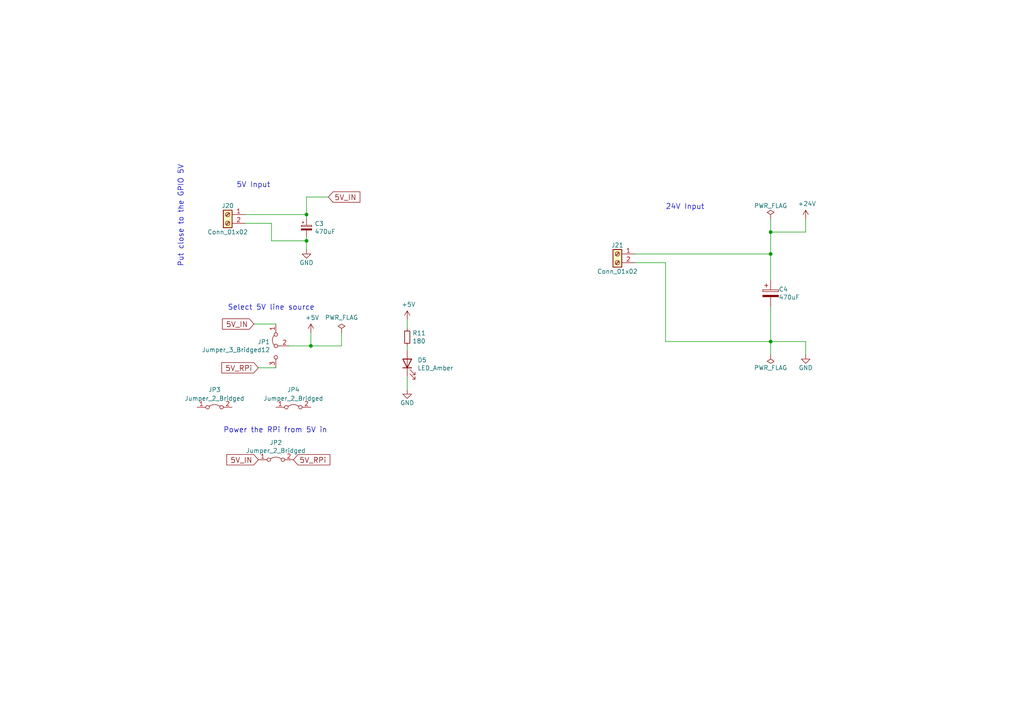
<source format=kicad_sch>
(kicad_sch (version 20230121) (generator eeschema)
  (paper "A4")
  (title_block (title "Power management") (date "2018-02-13") (rev "0.5") (comment 1 "Vincent Frangi") (comment 2 "vincent.frangi@gmail.com"))
  (lib_symbols
    (symbol "Astroplant_VFR-rescue:CP-Device" (pin_numbers hide) (pin_names (offset 0.254))
      (property "Reference" "C" (at 0.635 2.54 0))
      (property "Value" "Device:CP" (at 0.635 -2.54 0))
      (symbol "CP-Device_0_1"
        (rectangle (start -2.286 0.508) (end -2.286 1.016))
        (rectangle (start -2.286 0.508) (end 2.286 0.508))
        (polyline (pts (xy -1.778 2.286) (xy -0.762 2.286)))
        (polyline (pts (xy -1.27 2.794) (xy -1.27 1.778)))
        (rectangle (start 2.286 -0.508) (end -2.286 -1.016) (fill (type outline)))
        (rectangle (start 2.286 1.016) (end -2.286 1.016))
        (rectangle (start 2.286 1.016) (end 2.286 0.508))
      )
      (symbol "CP-Device_1_1"
        (pin passive line (at 0 3.81 270) (length 2.794) (name "~") (number "1"))
        (pin passive line (at 0 -3.81 90) (length 2.794) (name "~") (number "2"))
      )
    )
    (symbol "Astroplant_VFR-rescue:CP_Small-Device" (pin_numbers hide) (pin_names (offset 0.254) hide)
      (property "Reference" "C" (at 0.254 1.778 0))
      (property "Value" "Device:CP_Small" (at 0.254 -2.032 0))
      (symbol "CP_Small-Device_0_1"
        (rectangle (start -1.524 -0.3048) (end 1.524 -0.6858) (fill (type outline)))
        (rectangle (start -1.524 0.6858) (end 1.524 0.3048))
        (polyline (pts (xy -1.27 1.524) (xy -0.762 1.524)))
        (polyline (pts (xy -1.016 1.27) (xy -1.016 1.778)))
      )
      (symbol "CP_Small-Device_1_1"
        (pin passive line (at 0 2.54 270) (length 1.8542) (name "~") (number "1"))
        (pin passive line (at 0 -2.54 90) (length 1.8542) (name "~") (number "2"))
      )
    )
    (symbol "Astroplant_VFR-rescue:Jumper_3_Bridged12-Jumper" (pin_names (offset 0) hide)
      (property "Reference" "JP" (at -2.54 -2.54 0))
      (property "Value" "Jumper:Jumper_3_Bridged12" (at 0 2.794 0))
      (symbol "Jumper_3_Bridged12-Jumper_0_0"
        (circle (center -3.302 0) (radius 0.508))
        (circle (center 0 0) (radius 0.508))
        (circle (center 3.302 0) (radius 0.508))
      )
      (symbol "Jumper_3_Bridged12-Jumper_0_1"
        (arc (start -0.254 0.508) (mid -1.651 0.9912) (end -3.048 0.508))
        (polyline (pts (xy 0 -1.27) (xy 0 -0.508)))
      )
      (symbol "Jumper_3_Bridged12-Jumper_1_1"
        (pin passive line (at -6.35 0 0) (length 2.54) (name "A") (number "1"))
        (pin input line (at 0 -3.81 90) (length 2.54) (name "C") (number "2"))
        (pin passive line (at 6.35 0 180) (length 2.54) (name "B") (number "3"))
      )
    )
    (symbol "Connector:Screw_Terminal_01x02" (pin_names (offset 1.016) hide)
      (property "Reference" "J" (at 0 2.54 0))
      (property "Value" "Screw_Terminal_01x02" (at 0 -5.08 0))
      (symbol "Screw_Terminal_01x02_1_1"
        (rectangle (start -1.27 1.27) (end 1.27 -3.81) (stroke (width 0.254)) (fill (type background)))
        (circle (center 0 -2.54) (radius 0.635) (stroke (width 0.1524)))
        (polyline (pts (xy -0.5334 -2.2098) (xy 0.3302 -3.048)) (stroke (width 0.1524)))
        (polyline (pts (xy -0.5334 0.3302) (xy 0.3302 -0.508)) (stroke (width 0.1524)))
        (polyline (pts (xy -0.3556 -2.032) (xy 0.508 -2.8702)) (stroke (width 0.1524)))
        (polyline (pts (xy -0.3556 0.508) (xy 0.508 -0.3302)) (stroke (width 0.1524)))
        (circle (center 0 0) (radius 0.635) (stroke (width 0.1524)))
        (pin passive line (at -5.08 0 0) (length 3.81) (name "Pin_1") (number "1"))
        (pin passive line (at -5.08 -2.54 0) (length 3.81) (name "Pin_2") (number "2"))
      )
    )
    (symbol "Device:LED" (pin_numbers hide) (pin_names (offset 1.016) hide)
      (property "Reference" "D" (at 0 2.54 0))
      (property "Value" "LED" (at 0 -2.54 0))
      (symbol "LED_0_1"
        (polyline (pts (xy -1.27 -1.27) (xy -1.27 1.27)) (stroke (width 0.254)))
        (polyline (pts (xy -1.27 0) (xy 1.27 0)))
        (polyline (pts (xy 1.27 -1.27) (xy 1.27 1.27) (xy -1.27 0) (xy 1.27 -1.27)) (stroke (width 0.254)))
        (polyline (pts (xy -3.048 -0.762) (xy -4.572 -2.286) (xy -3.81 -2.286) (xy -4.572 -2.286) (xy -4.572 -1.524)))
        (polyline (pts (xy -1.778 -0.762) (xy -3.302 -2.286) (xy -2.54 -2.286) (xy -3.302 -2.286) (xy -3.302 -1.524)))
      )
      (symbol "LED_1_1"
        (pin passive line (at -3.81 0 0) (length 2.54) (name "K") (number "1"))
        (pin passive line (at 3.81 0 180) (length 2.54) (name "A") (number "2"))
      )
    )
    (symbol "Device:R_Small" (pin_numbers hide) (pin_names (offset 0.254) hide)
      (property "Reference" "R" (at 0.762 0.508 0))
      (property "Value" "R_Small" (at 0.762 -1.016 0))
      (symbol "R_Small_0_1"
        (rectangle (start -0.762 1.778) (end 0.762 -1.778) (stroke (width 0.2032)))
      )
      (symbol "R_Small_1_1"
        (pin passive line (at 0 2.54 270) (length 0.762) (name "~") (number "1"))
        (pin passive line (at 0 -2.54 90) (length 0.762) (name "~") (number "2"))
      )
    )
    (symbol "Jumper:Jumper_2_Bridged" (pin_names (offset 0) hide)
      (property "Reference" "JP" (at 0 1.905 0))
      (property "Value" "Jumper_2_Bridged" (at 0 -2.54 0))
      (symbol "Jumper_2_Bridged_0_0"
        (circle (center -2.032 0) (radius 0.508))
        (circle (center 2.032 0) (radius 0.508))
      )
      (symbol "Jumper_2_Bridged_0_1"
        (arc (start 1.524 0.254) (mid 0 0.762) (end -1.524 0.254))
      )
      (symbol "Jumper_2_Bridged_1_1"
        (pin passive line (at -5.08 0 0) (length 2.54) (name "A") (number "1"))
        (pin passive line (at 5.08 0 180) (length 2.54) (name "B") (number "2"))
      )
    )
    (symbol "power:+24V" (power) (pin_names (offset 0))
      (property "Value" "+24V" (at 0 3.556 0))
      (symbol "+24V_0_1"
        (polyline (pts (xy -0.762 1.27) (xy 0 2.54)))
        (polyline (pts (xy 0 0) (xy 0 2.54)))
        (polyline (pts (xy 0 2.54) (xy 0.762 1.27)))
      )
      (symbol "+24V_1_1"
        (pin power_in line (at 0 0 90) (length 0) hide (name "+24V") (number "1"))
      )
    )
    (symbol "power:+5V" (power) (pin_names (offset 0))
      (property "Value" "+5V" (at 0 3.556 0))
      (symbol "+5V_0_1"
        (polyline (pts (xy -0.762 1.27) (xy 0 2.54)))
        (polyline (pts (xy 0 0) (xy 0 2.54)))
        (polyline (pts (xy 0 2.54) (xy 0.762 1.27)))
      )
      (symbol "+5V_1_1"
        (pin power_in line (at 0 0 90) (length 0) hide (name "+5V") (number "1"))
      )
    )
    (symbol "power:GND" (power) (pin_names (offset 0))
      (property "Value" "GND" (at 0 -3.81 0))
      (symbol "GND_0_1"
        (polyline (pts (xy 0 0) (xy 0 -1.27) (xy 1.27 -1.27) (xy 0 -2.54) (xy -1.27 -1.27) (xy 0 -1.27)))
      )
      (symbol "GND_1_1"
        (pin power_in line (at 0 0 270) (length 0) hide (name "GND") (number "1"))
      )
    )
    (symbol "power:PWR_FLAG" (power) (pin_numbers hide) (pin_names (offset 0) hide)
      (property "Value" "PWR_FLAG" (at 0 3.81 0))
      (symbol "PWR_FLAG_0_0"
        (pin power_out line (at 0 0 90) (length 0) (name "pwr") (number "1"))
      )
      (symbol "PWR_FLAG_0_1"
        (polyline (pts (xy 0 0) (xy 0 1.27) (xy -1.016 1.905) (xy 0 2.54) (xy 1.016 1.905) (xy 0 1.27)))
      )
    )
  )
  (junction (at 90.17 100.33))
  (junction (at 88.9 69.85))
  (junction (at 223.52 99.06))
  (junction (at 223.52 73.66))
  (junction (at 223.52 67.31))
  (junction (at 88.9 62.23))
  (wire (pts (xy 223.52 99.06) (xy 223.52 102.87)))
  (wire (pts (xy 90.17 100.33) (xy 90.17 96.52)))
  (wire (pts (xy 99.06 96.52) (xy 99.06 100.33)))
  (wire (pts (xy 193.04 76.2) (xy 193.04 99.06)))
  (wire (pts (xy 118.11 109.22) (xy 118.11 113.03)))
  (wire (pts (xy 83.82 100.33) (xy 90.17 100.33)))
  (wire (pts (xy 193.04 99.06) (xy 223.52 99.06)))
  (wire (pts (xy 223.52 73.66) (xy 223.52 81.28)))
  (wire (pts (xy 184.15 76.2) (xy 193.04 76.2)))
  (wire (pts (xy 88.9 62.23) (xy 88.9 63.5)))
  (wire (pts (xy 118.11 100.33) (xy 118.11 101.6)))
  (wire (pts (xy 223.52 99.06) (xy 233.68 99.06)))
  (wire (pts (xy 233.68 67.31) (xy 233.68 63.5)))
  (wire (pts (xy 118.11 92.71) (xy 118.11 95.25)))
  (wire (pts (xy 71.12 62.23) (xy 88.9 62.23)))
  (wire (pts (xy 223.52 73.66) (xy 223.52 67.31)))
  (wire (pts (xy 78.74 69.85) (xy 88.9 69.85)))
  (wire (pts (xy 99.06 100.33) (xy 90.17 100.33)))
  (wire (pts (xy 95.25 57.15) (xy 88.9 57.15)))
  (wire (pts (xy 223.52 67.31) (xy 233.68 67.31)))
  (wire (pts (xy 74.93 106.68) (xy 80.01 106.68)))
  (wire (pts (xy 184.15 73.66) (xy 223.52 73.66)))
  (wire (pts (xy 223.52 88.9) (xy 223.52 99.06)))
  (wire (pts (xy 88.9 69.85) (xy 88.9 72.39)))
  (wire (pts (xy 88.9 57.15) (xy 88.9 62.23)))
  (wire (pts (xy 73.66 93.98) (xy 80.01 93.98)))
  (wire (pts (xy 88.9 69.85) (xy 88.9 68.58)))
  (wire (pts (xy 78.74 64.77) (xy 78.74 69.85)))
  (wire (pts (xy 233.68 99.06) (xy 233.68 102.87)))
  (wire (pts (xy 223.52 67.31) (xy 223.52 63.5)))
  (wire (pts (xy 71.12 64.77) (xy 78.74 64.77)))
  (text "24V Input" (at 193.04 60.96 0) (effects (font (size 1.524 1.524)) (justify left bottom)))
  (text "Select 5V line source" (at 66.04 90.17 0) (effects (font (size 1.524 1.524)) (justify left bottom)))
  (text "5V Input" (at 68.58 54.61 0) (effects (font (size 1.524 1.524)) (justify left bottom)))
  (text "Power the RPi from 5V in" (at 64.77 125.73 0) (effects (font (size 1.524 1.524)) (justify left bottom)))
  (text "Put close to the GPIO 5V" (at 53.34 77.47 90) (effects (font (size 1.524 1.524)) (justify left bottom)))
  (global_label "5V_IN" (shape input) (at 74.93 133.35 180) (effects (font (size 1.524 1.524))) (property "Intersheetrefs" "${INTERSHEET_REFS}" (effects hide)))
  (global_label "5V_RPi" (shape input) (at 74.93 106.68 180) (effects (font (size 1.524 1.524))) (property "Intersheetrefs" "${INTERSHEET_REFS}" (effects hide)))
  (global_label "5V_RPi" (shape input) (at 85.09 133.35 0) (effects (font (size 1.524 1.524))) (property "Intersheetrefs" "${INTERSHEET_REFS}" (effects hide)))
  (global_label "5V_IN" (shape input) (at 73.66 93.98 180) (effects (font (size 1.524 1.524))) (property "Intersheetrefs" "${INTERSHEET_REFS}" (effects hide)))
  (global_label "5V_IN" (shape input) (at 95.25 57.15 0) (effects (font (size 1.524 1.524))) (property "Intersheetrefs" "${INTERSHEET_REFS}" (effects hide)))
  (symbol (lib_id "power:PWR_FLAG") (at 223.52 63.5 0) (unit 1)
    (property "Reference" "#FLG0103" (effects hide))
    (property "Value" "PWR_FLAG" (at 223.52 59.69 0))
  )
  (symbol (lib_id "power:PWR_FLAG") (at 223.52 102.87 180) (unit 1)
    (property "Reference" "#FLG0104" (effects hide))
    (property "Value" "PWR_FLAG" (at 223.52 106.68 0))
  )
  (symbol (lib_id "Connector:Screw_Terminal_01x02") (at 179.07 73.66 0) (mirror y) (unit 1)
    (property "Reference" "J21" (at 179.07 71.12 0))
    (property "Value" "Conn_01x02" (at 179.07 78.74 0))
    (property "Footprint" "footprints:TerminalBlock_bornier-2_P5.08mm" (effects hide))
    (property "Datasheet" "https://www.we-online.com/components/products/datasheet/691102710002.pdf" (effects hide))
    (property "MPN" "691102710002" (effects hide))
    (property "URL" "https://www.we-online.com/components/products/datasheet/691102710002.pdf" (effects hide))
    (property "Mouser Part Number" " 710-691102710002" (effects hide))
  )
  (symbol (lib_id "Astroplant_VFR-rescue:CP-Device") (at 223.52 85.09 0) (unit 1)
    (property "Reference" "C4" (at 225.8568 83.9216 0) (effects (justify left)))
    (property "Value" "470uF" (at 225.8568 86.233 0) (effects (justify left)))
    (property "Footprint" "Capacitor_SMD:CP_Elec_10x10.5" (effects hide))
    (property "Datasheet" "https://industrial.panasonic.com/cdbs/www-data/pdf/RDD0000/ABA0000C1229.pdf" (effects hide))
    (property "MPN" "EEH-ZK1E471P" (effects hide))
    (property "Digikey PN" "P121398CT-ND" (effects hide))
  )
  (symbol (lib_id "power:GND") (at 233.68 102.87 0) (unit 1)
    (property "Reference" "#PWR0139" (effects hide))
    (property "Value" "GND" (at 233.68 106.68 0))
  )
  (symbol (lib_id "power:+24V") (at 233.68 63.5 0) (unit 1)
    (property "Reference" "#PWR0140" (effects hide))
    (property "Value" "+24V" (at 234.061 59.1058 0))
  )
  (symbol (lib_id "Connector:Screw_Terminal_01x02") (at 66.04 62.23 0) (mirror y) (unit 1)
    (property "Reference" "J20" (at 66.04 59.69 0))
    (property "Value" "Conn_01x02" (at 66.04 67.31 0))
    (property "Footprint" "footprints:TerminalBlock_bornier-2_P5.08mm" (effects hide))
    (property "Datasheet" "https://www.we-online.com/components/products/datasheet/691102710002.pdf" (effects hide))
    (property "MPN" "691102710002" (effects hide))
    (property "URL" "https://www.we-online.com/components/products/datasheet/691102710002.pdf" (effects hide))
    (property "Digikey Part Number" "710-691102710002" (effects hide))
  )
  (symbol (lib_id "power:+5V") (at 90.17 96.52 0) (unit 1)
    (property "Reference" "#PWR0141" (effects hide))
    (property "Value" "+5V" (at 90.551 92.1258 0))
  )
  (symbol (lib_id "Astroplant_VFR-rescue:Jumper_3_Bridged12-Jumper") (at 80.01 100.33 90) (mirror x) (unit 1)
    (property "Reference" "JP1" (at 78.3336 99.1616 90) (effects (justify left)))
    (property "Value" "Jumper_3_Bridged12" (at 78.3336 101.473 90) (effects (justify left)))
    (property "Footprint" "Connector_PinHeader_2.54mm:PinHeader_1x03_P2.54mm_Vertical" (effects hide))
    (property "Datasheet" "http://katalog.we-online.de/em/datasheet/6130xx11121.pdf" (effects hide))
    (property "MPN" "61300311121" (effects hide))
    (property "Digikey PN" "732-5316-ND" (effects hide))
  )
  (symbol (lib_id "Jumper:Jumper_2_Bridged") (at 80.01 133.35 0) (unit 1)
    (property "Reference" "JP2" (at 80.01 128.397 0))
    (property "Value" "Jumper_2_Bridged" (at 80.01 130.7084 0))
    (property "Footprint" "Connector_PinHeader_2.54mm:PinHeader_1x02_P2.54mm_Vertical" (effects hide))
    (property "Datasheet" "http://katalog.we-online.de/em/datasheet/6130xx11121.pdf" (effects hide))
    (property "MPN" "61300211121" (effects hide))
    (property "Digikey PN" "732-5315-ND" (effects hide))
  )
  (symbol (lib_id "power:GND") (at 88.9 72.39 0) (unit 1)
    (property "Reference" "#PWR0142" (effects hide))
    (property "Value" "GND" (at 88.9 76.2 0))
  )
  (symbol (lib_id "Astroplant_VFR-rescue:CP_Small-Device") (at 88.9 66.04 0) (unit 1)
    (property "Reference" "C3" (at 91.2368 64.8716 0) (effects (justify left)))
    (property "Value" "470uF" (at 91.2368 67.183 0) (effects (justify left)))
    (property "Footprint" "Capacitor_SMD:CP_Elec_8x6.9" (effects hide))
    (property "Datasheet" "http://katalog.we-online.de/pbs/datasheet/875115150005.pdf" (effects hide))
    (property "MPN" "875115150005" (effects hide))
    (property "Digikey PN" "732-6443-1-ND" (effects hide))
  )
  (symbol (lib_id "Device:R_Small") (at 118.11 97.79 0) (unit 1)
    (property "Reference" "R11" (at 119.6086 96.6216 0) (effects (justify left)))
    (property "Value" "180" (at 119.6086 98.933 0) (effects (justify left)))
    (property "Footprint" "Resistor_SMD:R_0805_2012Metric" (effects hide))
    (property "Datasheet" "http://www.rohm.com/web/global/datasheet/ESR01MZPF/esr-e" (effects hide))
    (property "MPN" "ESR10EZPJ181" (effects hide))
    (property "Digikey PN" "RHM180KCT-ND" (effects hide))
  )
  (symbol (lib_id "Device:LED") (at 118.11 105.41 90) (unit 1)
    (property "Reference" "D5" (at 121.0818 104.4448 90) (effects (justify right)))
    (property "Value" "LED_Amber" (at 121.0818 106.7562 90) (effects (justify right)))
    (property "Footprint" "LED_SMD:LED_0603_1608Metric" (effects hide))
    (property "Datasheet" "https://fscdn.rohm.com/en/products/databook/datasheet/opto/led/chip_mono/sml-d12d8wt86(c)-e.pdf" (effects hide))
    (property "MPN" "SML-D12D8WT8" (effects hide))
    (property "Mouser PN" " 755-SML-D12D8WT86C" (effects hide))
  )
  (symbol (lib_id "power:+5V") (at 118.11 92.71 0) (unit 1)
    (property "Reference" "#PWR0143" (effects hide))
    (property "Value" "+5V" (at 118.491 88.3158 0))
  )
  (symbol (lib_id "power:GND") (at 118.11 113.03 0) (unit 1)
    (property "Reference" "#PWR0144" (effects hide))
    (property "Value" "GND" (at 118.11 116.84 0))
  )
  (symbol (lib_id "power:PWR_FLAG") (at 99.06 96.52 0) (unit 1)
    (property "Reference" "#FLG0105" (effects hide))
    (property "Value" "PWR_FLAG" (at 99.06 92.1004 0))
  )
  (symbol (lib_id "Jumper:Jumper_2_Bridged") (at 62.23 118.11 0) (unit 1) (on_board no)
    (property "Reference" "JP3" (at 62.23 113.03 0))
    (property "Value" "Jumper_2_Bridged" (at 62.23 115.57 0))
    (property "Datasheet" "https://www.we-online.com/components/products/datasheet/60900213421.pdf" (effects hide))
    (property "MPN" "60900213421" (effects hide))
  )
  (symbol (lib_id "Jumper:Jumper_2_Bridged") (at 85.09 118.11 0) (unit 1) (on_board no)
    (property "Reference" "JP4" (at 85.09 113.03 0))
    (property "Value" "Jumper_2_Bridged" (at 85.09 115.57 0))
    (property "Datasheet" "https://www.we-online.com/components/products/datasheet/60900213421.pdf" (effects hide))
    (property "MPN" "60900213421" (effects hide))
  )
)
</source>
